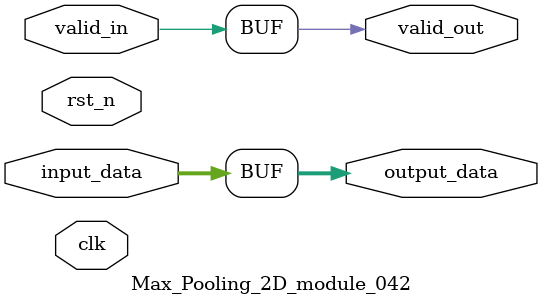
<source format=v>

module Max_Pooling_2D_module_042 (
    input clk,
    input rst_n,
    input valid_in,
    output valid_out,
    // Add specific ports based on operator type
    input [31:0] input_data,
    output [31:0] output_data
);

    // Module implementation would go here
    // This is a template - actual implementation depends on the operator
    
        // Generic operator implementation
    assign output_data = input_data; // Placeholder
    assign valid_out = valid_in;

endmodule

</source>
